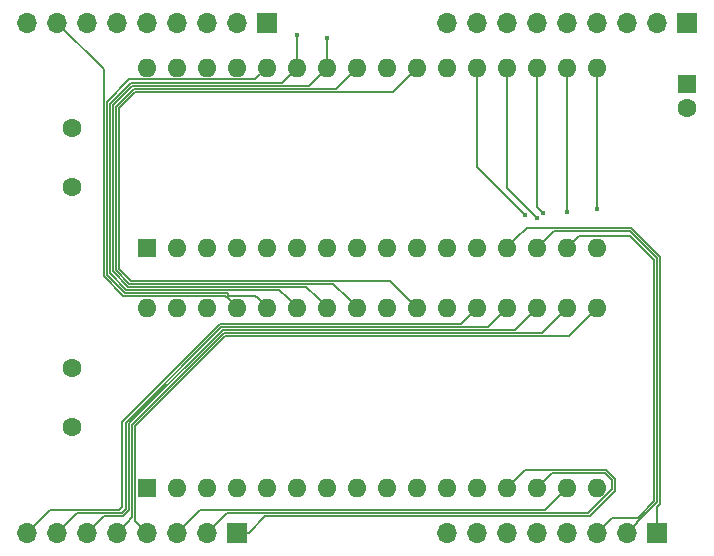
<source format=gbr>
G04 #@! TF.GenerationSoftware,KiCad,Pcbnew,(5.1.0-0)*
G04 #@! TF.CreationDate,2019-10-13T08:18:26-07:00*
G04 #@! TF.ProjectId,InstructionROMDaughterBoard,496e7374-7275-4637-9469-6f6e524f4d44,rev?*
G04 #@! TF.SameCoordinates,Original*
G04 #@! TF.FileFunction,Copper,L4,Bot*
G04 #@! TF.FilePolarity,Positive*
%FSLAX46Y46*%
G04 Gerber Fmt 4.6, Leading zero omitted, Abs format (unit mm)*
G04 Created by KiCad (PCBNEW (5.1.0-0)) date 2019-10-13 08:18:26*
%MOMM*%
%LPD*%
G04 APERTURE LIST*
%ADD10C,1.600000*%
%ADD11R,1.600000X1.600000*%
%ADD12O,1.600000X1.600000*%
%ADD13O,1.700000X1.700000*%
%ADD14R,1.700000X1.700000*%
%ADD15C,0.450000*%
%ADD16C,0.127000*%
G04 APERTURE END LIST*
D10*
X170180000Y-63087000D03*
D11*
X170180000Y-61087000D03*
D12*
X124460000Y-80010000D03*
X162560000Y-95250000D03*
X127000000Y-80010000D03*
X160020000Y-95250000D03*
X129540000Y-80010000D03*
X157480000Y-95250000D03*
X132080000Y-80010000D03*
X154940000Y-95250000D03*
X134620000Y-80010000D03*
X152400000Y-95250000D03*
X137160000Y-80010000D03*
X149860000Y-95250000D03*
X139700000Y-80010000D03*
X147320000Y-95250000D03*
X142240000Y-80010000D03*
X144780000Y-95250000D03*
X144780000Y-80010000D03*
X142240000Y-95250000D03*
X147320000Y-80010000D03*
X139700000Y-95250000D03*
X149860000Y-80010000D03*
X137160000Y-95250000D03*
X152400000Y-80010000D03*
X134620000Y-95250000D03*
X154940000Y-80010000D03*
X132080000Y-95250000D03*
X157480000Y-80010000D03*
X129540000Y-95250000D03*
X160020000Y-80010000D03*
X127000000Y-95250000D03*
X162560000Y-80010000D03*
D11*
X124460000Y-95250000D03*
D12*
X124460000Y-59690000D03*
X162560000Y-74930000D03*
X127000000Y-59690000D03*
X160020000Y-74930000D03*
X129540000Y-59690000D03*
X157480000Y-74930000D03*
X132080000Y-59690000D03*
X154940000Y-74930000D03*
X134620000Y-59690000D03*
X152400000Y-74930000D03*
X137160000Y-59690000D03*
X149860000Y-74930000D03*
X139700000Y-59690000D03*
X147320000Y-74930000D03*
X142240000Y-59690000D03*
X144780000Y-74930000D03*
X144780000Y-59690000D03*
X142240000Y-74930000D03*
X147320000Y-59690000D03*
X139700000Y-74930000D03*
X149860000Y-59690000D03*
X137160000Y-74930000D03*
X152400000Y-59690000D03*
X134620000Y-74930000D03*
X154940000Y-59690000D03*
X132080000Y-74930000D03*
X157480000Y-59690000D03*
X129540000Y-74930000D03*
X160020000Y-59690000D03*
X127000000Y-74930000D03*
X162560000Y-59690000D03*
D11*
X124460000Y-74930000D03*
D13*
X114300000Y-99060000D03*
X116840000Y-99060000D03*
X119380000Y-99060000D03*
X121920000Y-99060000D03*
X124460000Y-99060000D03*
X127000000Y-99060000D03*
X129540000Y-99060000D03*
D14*
X132080000Y-99060000D03*
D13*
X149860000Y-99060000D03*
X152400000Y-99060000D03*
X154940000Y-99060000D03*
X157480000Y-99060000D03*
X160020000Y-99060000D03*
X162560000Y-99060000D03*
X165100000Y-99060000D03*
D14*
X167640000Y-99060000D03*
D13*
X114300000Y-55880000D03*
X116840000Y-55880000D03*
X119380000Y-55880000D03*
X121920000Y-55880000D03*
X124460000Y-55880000D03*
X127000000Y-55880000D03*
X129540000Y-55880000D03*
X132080000Y-55880000D03*
D14*
X134620000Y-55880000D03*
D13*
X149860000Y-55880000D03*
X152400000Y-55880000D03*
X154940000Y-55880000D03*
X157480000Y-55880000D03*
X160020000Y-55880000D03*
X162560000Y-55880000D03*
X165100000Y-55880000D03*
X167640000Y-55880000D03*
D14*
X170180000Y-55880000D03*
D10*
X118110000Y-90090000D03*
X118110000Y-85090000D03*
X118110000Y-69770000D03*
X118110000Y-64770000D03*
D15*
X139700000Y-57150000D03*
X137160000Y-56896000D03*
X156464000Y-72136000D03*
X157480000Y-72390000D03*
X157988000Y-72009000D03*
X160020000Y-71882000D03*
X162560000Y-71628000D03*
D16*
X131089499Y-79019499D02*
X131280001Y-79210001D01*
X122453499Y-79019499D02*
X131089499Y-79019499D01*
X120795071Y-77361071D02*
X122453499Y-79019499D01*
X120776947Y-77361071D02*
X120795071Y-77361071D01*
X120776946Y-59816946D02*
X120776947Y-77361071D01*
X116840000Y-55880000D02*
X120776946Y-59816946D01*
X131280001Y-79210001D02*
X132080000Y-80010000D01*
X131194713Y-78765488D02*
X131423268Y-78994044D01*
X134620000Y-59690000D02*
X133629499Y-60680501D01*
X133629499Y-60680501D02*
X122961499Y-60680501D01*
X121030956Y-77237731D02*
X122558713Y-78765488D01*
X122558713Y-78765488D02*
X131194713Y-78765488D01*
X131423268Y-78994044D02*
X133604044Y-78994044D01*
X133820001Y-79210001D02*
X134620000Y-80010000D01*
X121030956Y-62611044D02*
X121030956Y-77237731D01*
X133604044Y-78994044D02*
X133820001Y-79210001D01*
X122961499Y-60680501D02*
X121030956Y-62611044D01*
X140208011Y-77978011D02*
X141440001Y-79210001D01*
X122957786Y-77978011D02*
X140208011Y-77978011D01*
X141440001Y-79210001D02*
X142240000Y-80010000D01*
X142240000Y-59690000D02*
X140462011Y-61467989D01*
X123338786Y-61467989D02*
X121792989Y-63013786D01*
X140462011Y-61467989D02*
X123338786Y-61467989D01*
X121792989Y-63013786D02*
X121792989Y-76813214D01*
X121792989Y-76813214D02*
X122957786Y-77978011D01*
X145034001Y-77724001D02*
X147320000Y-80010000D01*
X123063001Y-77724001D02*
X145034001Y-77724001D01*
X122047000Y-76708000D02*
X123063001Y-77724001D01*
X122047000Y-63119000D02*
X122047000Y-76708000D01*
X147320000Y-59690000D02*
X145288000Y-61722000D01*
X123444000Y-61722000D02*
X122047000Y-63119000D01*
X145288000Y-61722000D02*
X123444000Y-61722000D01*
X139700000Y-57150000D02*
X139700000Y-59690000D01*
X138176022Y-61213978D02*
X123190022Y-61213978D01*
X121538978Y-62865022D02*
X121538978Y-76940203D01*
X123190022Y-61213978D02*
X121538978Y-62865022D01*
X139700000Y-59690000D02*
X138176022Y-61213978D01*
X137922022Y-78232022D02*
X138900001Y-79210001D01*
X138900001Y-79210001D02*
X139700000Y-80010000D01*
X122830797Y-78232022D02*
X137922022Y-78232022D01*
X121538978Y-76940203D02*
X122830797Y-78232022D01*
X137160000Y-56896000D02*
X137160000Y-59690000D01*
X121284967Y-62738033D02*
X121284967Y-77088967D01*
X122682033Y-78486033D02*
X135636033Y-78486033D01*
X136360001Y-79210001D02*
X137160000Y-80010000D01*
X137160000Y-59690000D02*
X135890033Y-60959967D01*
X135890033Y-60959967D02*
X123063033Y-60959967D01*
X123063033Y-60959967D02*
X121284967Y-62738033D01*
X121284967Y-77088967D02*
X122682033Y-78486033D01*
X135636033Y-78486033D02*
X136360001Y-79210001D01*
X152400000Y-68072000D02*
X152400000Y-59690000D01*
X156464000Y-72136000D02*
X152400000Y-68072000D01*
X154940000Y-69850000D02*
X157480000Y-72390000D01*
X154940000Y-59690000D02*
X154940000Y-69850000D01*
X157480000Y-71501000D02*
X157480000Y-59690000D01*
X157988000Y-72009000D02*
X157480000Y-71501000D01*
X160020000Y-59690000D02*
X160020000Y-71882000D01*
X162560000Y-59690000D02*
X162560000Y-71628000D01*
X163830000Y-97790000D02*
X162560000Y-99060000D01*
X163322000Y-73914000D02*
X165354000Y-73914000D01*
X167386000Y-96393000D02*
X165989000Y-97790000D01*
X165989000Y-97790000D02*
X163830000Y-97790000D01*
X160020000Y-74930000D02*
X161010501Y-73939499D01*
X167386000Y-75946000D02*
X167386000Y-96393000D01*
X161010501Y-73939499D02*
X163296501Y-73939499D01*
X163296501Y-73939499D02*
X163322000Y-73914000D01*
X165354000Y-73914000D02*
X167386000Y-75946000D01*
X165949999Y-98188226D02*
X165949999Y-98210001D01*
X167640011Y-75840786D02*
X167640011Y-96498214D01*
X165332215Y-73532991D02*
X167640011Y-75840786D01*
X165949999Y-98210001D02*
X165100000Y-99060000D01*
X158877009Y-73532991D02*
X165332215Y-73532991D01*
X167640011Y-96498214D02*
X165949999Y-98188226D01*
X157480000Y-74930000D02*
X158877009Y-73532991D01*
X167894022Y-96603428D02*
X167894022Y-75735572D01*
X167640000Y-99060000D02*
X167640000Y-96857449D01*
X165437429Y-73278980D02*
X156591020Y-73278980D01*
X167640000Y-96857449D02*
X167894022Y-96603428D01*
X155739999Y-74130001D02*
X154940000Y-74930000D01*
X156591020Y-73278980D02*
X155739999Y-74130001D01*
X167894022Y-75735572D02*
X165437429Y-73278980D01*
X116205000Y-97155000D02*
X116078000Y-97282000D01*
X116078000Y-97282000D02*
X114300000Y-99060000D01*
X122047000Y-97155000D02*
X116205000Y-97155000D01*
X122344550Y-96857450D02*
X122047000Y-97155000D01*
X152400000Y-80010000D02*
X151003044Y-81406956D01*
X151003044Y-81406956D02*
X130643144Y-81406956D01*
X122344550Y-89705550D02*
X122344550Y-96857450D01*
X130643144Y-81406956D02*
X122344550Y-89705550D01*
X153289033Y-81660967D02*
X154940000Y-80010000D01*
X130748358Y-81660967D02*
X153289033Y-81660967D01*
X122651163Y-89758163D02*
X130748358Y-81660967D01*
X122651163Y-97058837D02*
X122651163Y-89758163D01*
X122301000Y-97409000D02*
X122651163Y-97058837D01*
X118491000Y-97409000D02*
X122301000Y-97409000D01*
X116840000Y-99060000D02*
X118491000Y-97409000D01*
X155575022Y-81914978D02*
X157480000Y-80010000D01*
X130853572Y-81914978D02*
X155575022Y-81914978D01*
X120777000Y-97663000D02*
X122428000Y-97663000D01*
X122957775Y-89810775D02*
X130853572Y-81914978D01*
X122957775Y-97133225D02*
X122957775Y-89810775D01*
X122428000Y-97663000D02*
X122957775Y-97133225D01*
X119380000Y-99060000D02*
X120777000Y-97663000D01*
X157861011Y-82168989D02*
X130958786Y-82168989D01*
X123211786Y-89915988D02*
X123211786Y-97768214D01*
X160020000Y-80010000D02*
X157861011Y-82168989D01*
X130958786Y-82168989D02*
X123211786Y-89915988D01*
X123211786Y-97768214D02*
X122769999Y-98210001D01*
X122769999Y-98210001D02*
X121920000Y-99060000D01*
X162560000Y-80010000D02*
X160147000Y-82423000D01*
X160147000Y-82423000D02*
X131064000Y-82423000D01*
X123610001Y-98210001D02*
X124460000Y-99060000D01*
X123469499Y-98069499D02*
X123610001Y-98210001D01*
X123469499Y-90017501D02*
X123469499Y-98069499D01*
X131064000Y-82423000D02*
X123469499Y-90017501D01*
X128905020Y-97154980D02*
X127000000Y-99060000D01*
X158115020Y-97154980D02*
X128905020Y-97154980D01*
X160020000Y-95250000D02*
X158115020Y-97154980D01*
X163829989Y-95398787D02*
X161819787Y-97408989D01*
X157480000Y-95250000D02*
X158750000Y-93980000D01*
X158750000Y-93980000D02*
X163195000Y-93980000D01*
X131191011Y-97408989D02*
X130389999Y-98210001D01*
X163195000Y-93980000D02*
X163829989Y-94614989D01*
X163829989Y-94614989D02*
X163829989Y-95398787D01*
X161819787Y-97408989D02*
X131191011Y-97408989D01*
X130389999Y-98210001D02*
X129540000Y-99060000D01*
X154940000Y-95250000D02*
X156464000Y-93726000D01*
X156464000Y-93726000D02*
X163322000Y-93726000D01*
X163322000Y-93726000D02*
X164084000Y-94488000D01*
X164084000Y-94488000D02*
X164084000Y-95504000D01*
X133057000Y-99060000D02*
X132080000Y-99060000D01*
X161925000Y-97663000D02*
X134454000Y-97663000D01*
X164084000Y-95504000D02*
X161925000Y-97663000D01*
X134454000Y-97663000D02*
X133057000Y-99060000D01*
M02*

</source>
